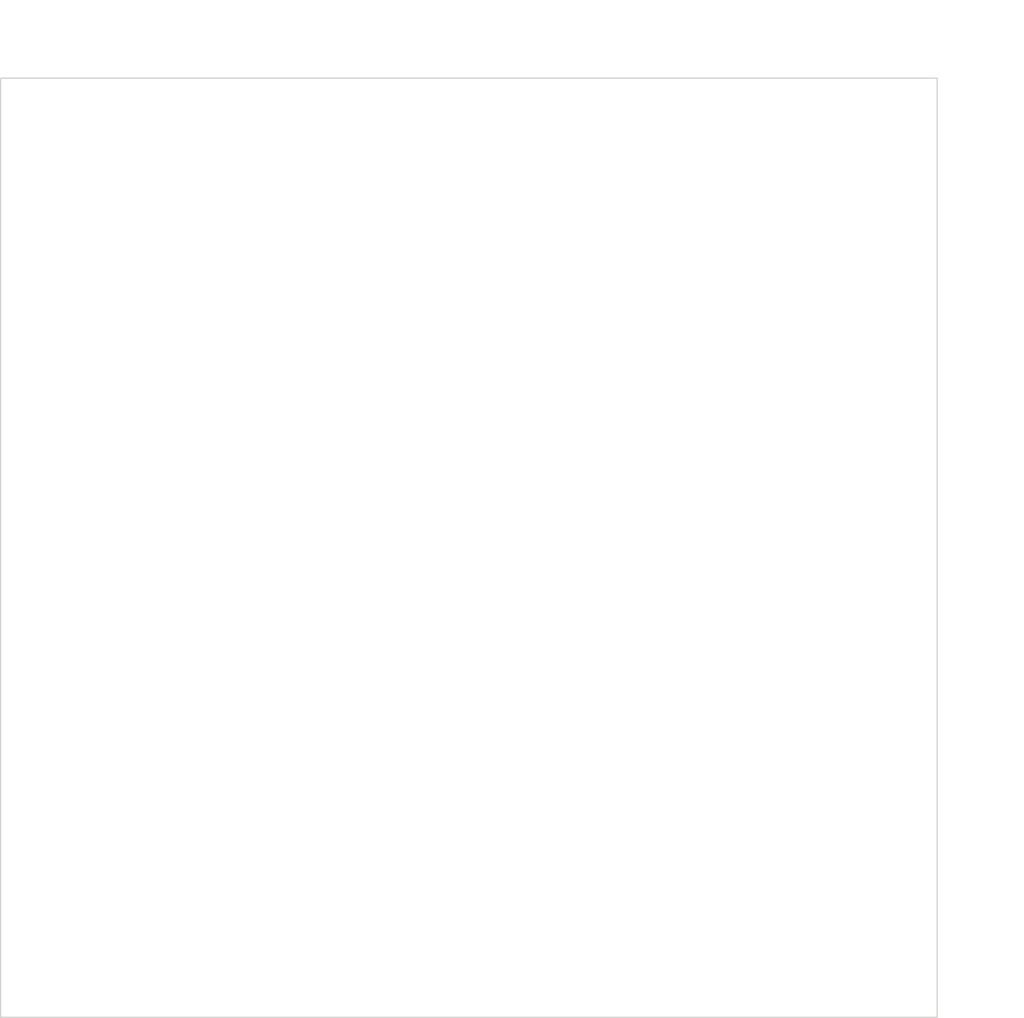
<source format=kicad_pcb>
(kicad_pcb (version 20221018) (generator pcbnew)

  (general
    (thickness 1.6)
  )

  (paper "A3")
  (layers
    (0 "F.Cu" signal)
    (31 "B.Cu" signal)
    (32 "B.Adhes" user "B.Adhesive")
    (33 "F.Adhes" user "F.Adhesive")
    (34 "B.Paste" user)
    (35 "F.Paste" user)
    (36 "B.SilkS" user "B.Silkscreen")
    (37 "F.SilkS" user "F.Silkscreen")
    (38 "B.Mask" user)
    (39 "F.Mask" user)
    (40 "Dwgs.User" user "User.Drawings")
    (41 "Cmts.User" user "User.Comments")
    (42 "Eco1.User" user "User.Eco1")
    (43 "Eco2.User" user "User.Eco2")
    (44 "Edge.Cuts" user)
    (45 "Margin" user)
    (46 "B.CrtYd" user "B.Courtyard")
    (47 "F.CrtYd" user "F.Courtyard")
    (48 "B.Fab" user)
    (49 "F.Fab" user)
  )

  (setup
    (pad_to_mask_clearance 0.051)
    (solder_mask_min_width 0.25)
    (pcbplotparams
      (layerselection 0x00010fc_ffffffff)
      (plot_on_all_layers_selection 0x0000000_00000000)
      (disableapertmacros false)
      (usegerberextensions false)
      (usegerberattributes false)
      (usegerberadvancedattributes false)
      (creategerberjobfile false)
      (dashed_line_dash_ratio 12.000000)
      (dashed_line_gap_ratio 3.000000)
      (svgprecision 4)
      (plotframeref false)
      (viasonmask false)
      (mode 1)
      (useauxorigin false)
      (hpglpennumber 1)
      (hpglpenspeed 20)
      (hpglpendiameter 15.000000)
      (dxfpolygonmode true)
      (dxfimperialunits true)
      (dxfusepcbnewfont true)
      (psnegative false)
      (psa4output false)
      (plotreference true)
      (plotvalue true)
      (plotinvisibletext false)
      (sketchpadsonfab false)
      (subtractmaskfromsilk false)
      (outputformat 1)
      (mirror false)
      (drillshape 1)
      (scaleselection 1)
      (outputdirectory "")
    )
  )

  (net 0 "")

  (gr_line (start 275.147034 233.209355) (end 287.322034 233.209355)
    (stroke (width 0.2) (type solid)) (layer "Dwgs.User") (tstamp 0df64fc7-04d1-4046-80cd-ebc9d1336703))
  (gr_line (start 284.147034 231.209355) (end 284.147034 207.01679)
    (stroke (width 0.2) (type solid)) (layer "Dwgs.User") (tstamp 58249b43-7454-4def-8f96-86933a7de0e0))
  (gr_line (start 275.147034 73.709355) (end 287.322034 73.709355)
    (stroke (width 0.2) (type solid)) (layer "Dwgs.User") (tstamp 70c9d791-8d14-49c4-88e4-58fe64a7962b))
  (gr_line (start 284.147034 75.709355) (end 284.147034 199.90192)
    (stroke (width 0.2) (type solid)) (layer "Dwgs.User") (tstamp b4409a50-a1c9-4b54-a000-6ed1b1bbf448))
  (gr_line (start 274.147034 72.709355) (end 274.147034 60.534355)
    (stroke (width 0.2) (type solid)) (layer "Dwgs.User") (tstamp b5429575-df09-4391-96ce-a8c7e67bafd5))
  (gr_line (start 115.147034 72.709355) (end 115.147034 60.534355)
    (stroke (width 0.2) (type solid)) (layer "Dwgs.User") (tstamp bfd505ad-6b4b-4fe0-abe0-ae2e9cd68091))
  (gr_line (start 117.147034 63.709355) (end 229.942021 63.709355)
    (stroke (width 0.2) (type solid)) (layer "Dwgs.User") (tstamp e734f07a-6674-418f-8728-19b076489168))
  (gr_line (start 272.147034 63.709355) (end 239.352048 63.709355)
    (stroke (width 0.2) (type solid)) (layer "Dwgs.User") (tstamp f4bfc91e-1f89-4f87-8d20-65a05cb3ced9))
  (gr_line (start 274.147034 233.209355) (end 274.147034 73.709355)
    (stroke (width 0.2) (type solid)) (layer "Edge.Cuts") (tstamp 485dd23b-d3b5-464c-b3d3-7cfe00819f32))
  (gr_line (start 274.147034 73.709355) (end 115.147034 73.709355)
    (stroke (width 0.2) (type solid)) (layer "Edge.Cuts") (tstamp 59969589-083c-424b-9fbf-3fc838ab38c0))
  (gr_line (start 115.147034 73.709355) (end 115.147034 233.209355)
    (stroke (width 0.2) (type solid)) (layer "Edge.Cuts") (tstamp 9231a2ce-0122-434f-8298-8a27a3924770))
  (gr_line (start 115.147034 233.209355) (end 274.147034 233.209355)
    (stroke (width 0.2) (type solid)) (layer "Edge.Cuts") (tstamp ed0a964c-cbb4-42a9-9bac-495a2a4abbd8))
  (gr_text "[6.28]" (at 284.147034 205.348816) (layer "Dwgs.User") (tstamp 1849677e-9eaf-4a19-a41e-0b80cb78bc1f)
    (effects (font (size 1.7 1.53) (thickness 0.2125)))
  )
  (gr_text " 159.00" (at 234.647034 62.041381) (layer "Dwgs.User") (tstamp 753b43d6-f4a2-4a00-9be3-34ea348c8791)
    (effects (font (size 1.7 1.53) (thickness 0.2125)))
  )
  (gr_text "[6.26]" (at 234.647034 65.598816) (layer "Dwgs.User") (tstamp b0a51c44-b3a1-4439-9f3f-d64d9cda2685)
    (effects (font (size 1.7 1.53) (thickness 0.2125)))
  )
  (gr_text " 159.50" (at 284.147034 201.791381) (layer "Dwgs.User") (tstamp b13e2ae0-73cb-439e-a0fa-cc71bf9c9ac2)
    (effects (font (size 1.7 1.53) (thickness 0.2125)))
  )

)

</source>
